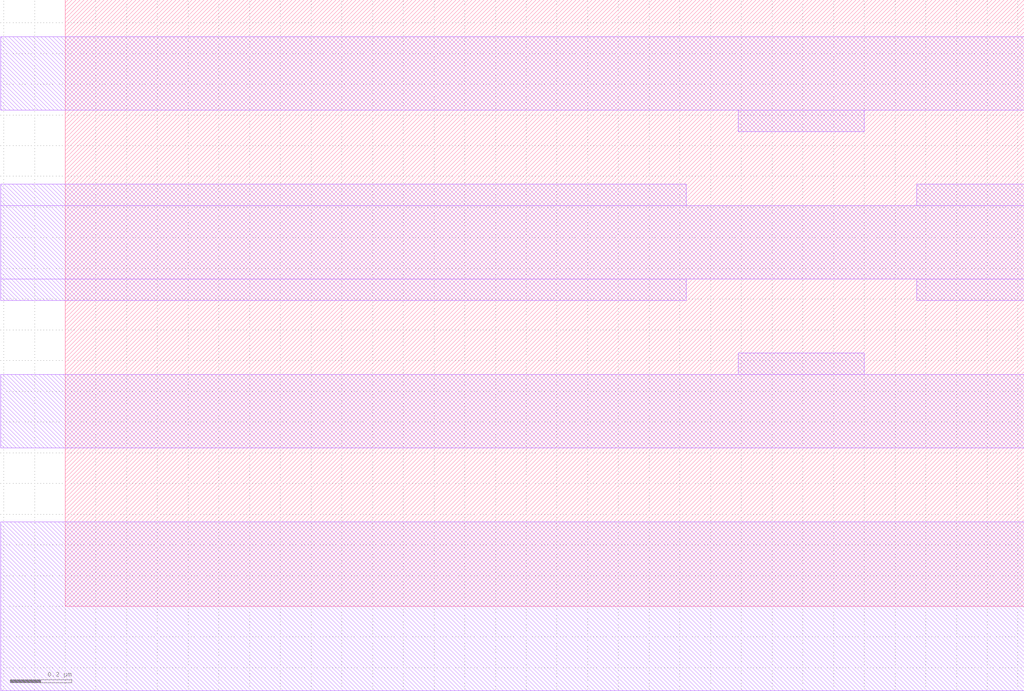
<source format=lef>
# Copyright 2020 The SkyWater PDK Authors
#
# Licensed under the Apache License, Version 2.0 (the "License");
# you may not use this file except in compliance with the License.
# You may obtain a copy of the License at
#
#     https://www.apache.org/licenses/LICENSE-2.0
#
# Unless required by applicable law or agreed to in writing, software
# distributed under the License is distributed on an "AS IS" BASIS,
# WITHOUT WARRANTIES OR CONDITIONS OF ANY KIND, either express or implied.
# See the License for the specific language governing permissions and
# limitations under the License.
#
# SPDX-License-Identifier: Apache-2.0

VERSION 5.7 ;
  NOWIREEXTENSIONATPIN ON ;
  DIVIDERCHAR "/" ;
  BUSBITCHARS "[]" ;
MACRO sky130_fd_bd_sram__openram_cell_1rw_1r_cap_row
  CLASS BLOCK ;
  FOREIGN sky130_fd_bd_sram__openram_cell_1rw_1r_cap_row ;
  ORIGIN  0.000000  0.000000 ;
  SIZE  3.120000 BY  1.975000 ;
  OBS
    LAYER met2 ;
      RECT -0.210000 -0.275000 3.120000 0.275000 ;
      RECT -0.210000  0.515000 3.120000 0.755000 ;
      RECT -0.210000  0.995000 2.020000 1.065000 ;
      RECT -0.210000  1.065000 3.120000 1.305000 ;
      RECT -0.210000  1.305000 2.020000 1.375000 ;
      RECT -0.210000  1.615000 3.120000 1.855000 ;
      RECT  2.190000  0.755000 2.600000 0.825000 ;
      RECT  2.190000  1.545000 2.600000 1.615000 ;
      RECT  2.770000  0.995000 3.120000 1.065000 ;
      RECT  2.770000  1.305000 3.120000 1.375000 ;
  END
END sky130_fd_bd_sram__openram_cell_1rw_1r_cap_row
END LIBRARY

</source>
